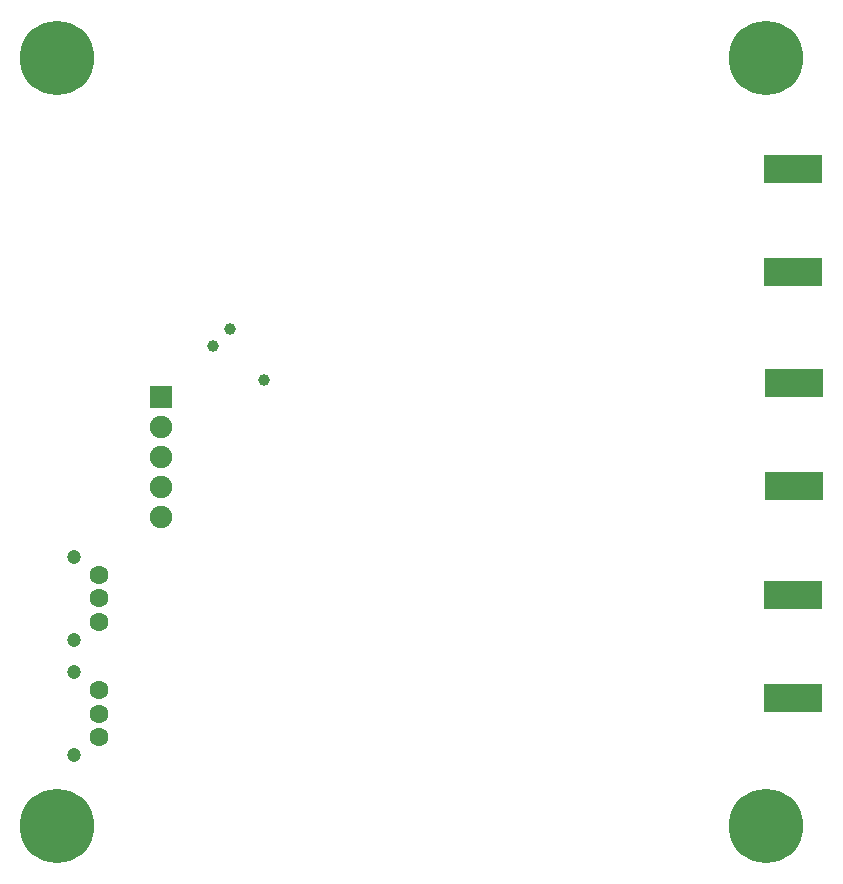
<source format=gbs>
G04 #@! TF.GenerationSoftware,KiCad,Pcbnew,no-vcs-found-feba091~58~ubuntu16.04.1*
G04 #@! TF.CreationDate,2017-06-29T14:48:15+01:00*
G04 #@! TF.ProjectId,TOAD,544F41442E6B696361645F7063620000,rev?*
G04 #@! TF.FileFunction,Soldermask,Bot*
G04 #@! TF.FilePolarity,Negative*
%FSLAX46Y46*%
G04 Gerber Fmt 4.6, Leading zero omitted, Abs format (unit mm)*
G04 Created by KiCad (PCBNEW no-vcs-found-feba091~58~ubuntu16.04.1) date Thu Jun 29 14:48:15 2017*
%MOMM*%
%LPD*%
G01*
G04 APERTURE LIST*
%ADD10C,0.100000*%
%ADD11R,1.900000X1.900000*%
%ADD12C,1.900000*%
%ADD13C,1.600000*%
%ADD14C,1.200000*%
%ADD15R,5.000000X2.400000*%
%ADD16C,1.000000*%
%ADD17C,0.600000*%
%ADD18C,6.300000*%
G04 APERTURE END LIST*
D10*
D11*
X68750000Y-88670000D03*
D12*
X68750000Y-91210000D03*
X68750000Y-93750000D03*
X68750000Y-96290000D03*
X68750000Y-98830000D03*
D13*
X63500000Y-117500000D03*
X63500000Y-115500000D03*
X63500000Y-113500000D03*
D14*
X61400000Y-119000000D03*
X61400000Y-112000000D03*
X61400000Y-102250000D03*
X61400000Y-109250000D03*
D13*
X63500000Y-103750000D03*
X63500000Y-105750000D03*
X63500000Y-107750000D03*
D15*
X122300000Y-69375000D03*
X122300000Y-78125000D03*
D16*
X73189064Y-84418834D03*
X74625905Y-82981993D03*
X77499587Y-87292516D03*
D15*
X122344228Y-96223650D03*
X122344228Y-87473650D03*
X122325000Y-114215000D03*
X122325000Y-105465000D03*
D17*
X61800000Y-61800000D03*
X58200000Y-61800000D03*
X61800000Y-58200000D03*
X58200000Y-58200000D03*
X57500000Y-60000000D03*
X60000000Y-62500000D03*
X62500000Y-60000000D03*
X60000000Y-57500000D03*
D18*
X60000000Y-60000000D03*
X60000000Y-125000000D03*
D17*
X60000000Y-122500000D03*
X62500000Y-125000000D03*
X60000000Y-127500000D03*
X57500000Y-125000000D03*
X58200000Y-123200000D03*
X61800000Y-123200000D03*
X58200000Y-126800000D03*
X61800000Y-126800000D03*
D18*
X120000000Y-60000000D03*
D17*
X120000000Y-57500000D03*
X122500000Y-60000000D03*
X120000000Y-62500000D03*
X117500000Y-60000000D03*
X118200000Y-58200000D03*
X121800000Y-58200000D03*
X118200000Y-61800000D03*
X121800000Y-61800000D03*
X121800000Y-126800000D03*
X118200000Y-126800000D03*
X121800000Y-123200000D03*
X118200000Y-123200000D03*
X117500000Y-125000000D03*
X120000000Y-127500000D03*
X122500000Y-125000000D03*
X120000000Y-122500000D03*
D18*
X120000000Y-125000000D03*
M02*

</source>
